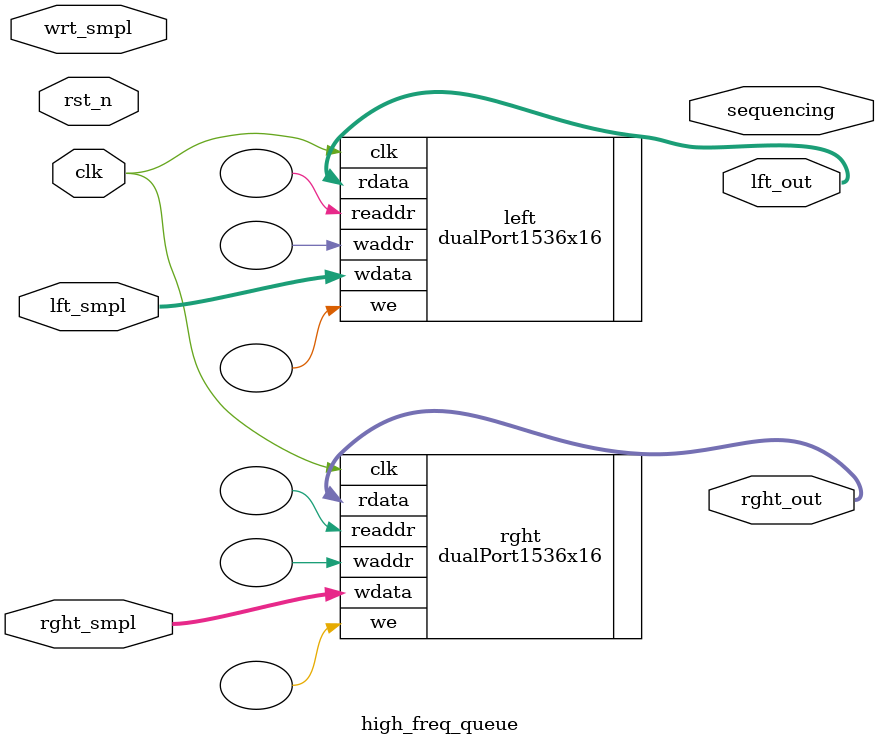
<source format=sv>
module high_freq_queue (clk, rst_n, lft_smpl, rght_smpl, wrt_smpl, lft_out, rght_out, sequencing);
	input clk, rst_n, wrt_smpl;
	input [15:0] lft_smpl, rght_smpl;
	output sequencing;
	output [15:0] lft_out, rght_out;
	
	/* state machine */
	
	/* instantiate low freq dual port RAMs */
	dualPort1536x16 left (.clk(clk), .we(), .waddr(), .readdr(), .wdata(lft_smpl), .rdata(lft_out));
	dualPort1536x16 rght (.clk(clk), .we(), .waddr(), .readdr(), .wdata(rght_smpl), .rdata(rght_out));
endmodule
</source>
